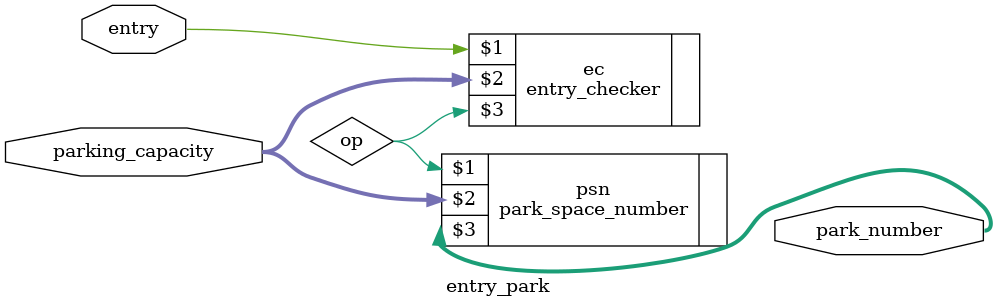
<source format=v>
/*--  *******************************************************
--  Computer Architecture Course, Laboratory Sources 
--  Amirkabir University of Technology (Tehran Polytechnic)
--  Department of Computer Engineering (CE-AUT)
--  https://ce[dot]aut[dot]ac[dot]ir
--  *******************************************************
--  All Rights reserved (C) 2021-2022
--  *******************************************************
--  Student ID  : 
--  Student Name: 
--  Student Mail: 
--  *******************************************************
--  Additional Comments:
--
--*/

/*-----------------------------------------------------------
---  Module Name: entry_park 
-----------------------------------------------------------*/
`timescale 1 ns/1 ns

module entry_park(
	entry,
	parking_capacity,
	park_number);
	
	input entry;
	input [7:0] parking_capacity;
	output [2:0] park_number;
	wire op;
	
	entry_checker ec(entry, parking_capacity, op);
	park_space_number psn(op, parking_capacity, park_number);
 
endmodule
</source>
